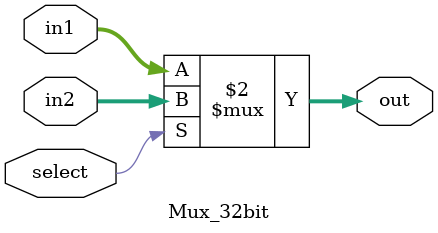
<source format=v>

module Mux_32bit#(parameter N = 32)(in1, in2, select, out);

input  select;
input  [N-1:0] in1, in2;
output [N-1:0] out;

assign out = (select == 0) ? in1 : in2;

endmodule

</source>
